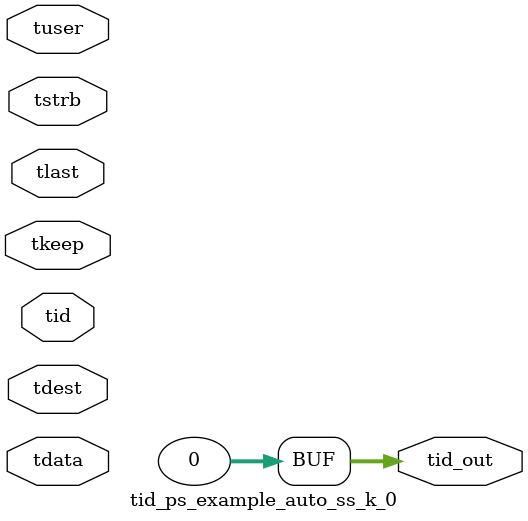
<source format=v>


`timescale 1ps/1ps

module tid_ps_example_auto_ss_k_0 #
(
parameter C_S_AXIS_TID_WIDTH   = 1,
parameter C_S_AXIS_TUSER_WIDTH = 0,
parameter C_S_AXIS_TDATA_WIDTH = 0,
parameter C_S_AXIS_TDEST_WIDTH = 0,
parameter C_M_AXIS_TID_WIDTH   = 32
)
(
input  [(C_S_AXIS_TID_WIDTH   == 0 ? 1 : C_S_AXIS_TID_WIDTH)-1:0       ] tid,
input  [(C_S_AXIS_TDATA_WIDTH == 0 ? 1 : C_S_AXIS_TDATA_WIDTH)-1:0     ] tdata,
input  [(C_S_AXIS_TUSER_WIDTH == 0 ? 1 : C_S_AXIS_TUSER_WIDTH)-1:0     ] tuser,
input  [(C_S_AXIS_TDEST_WIDTH == 0 ? 1 : C_S_AXIS_TDEST_WIDTH)-1:0     ] tdest,
input  [(C_S_AXIS_TDATA_WIDTH/8)-1:0 ] tkeep,
input  [(C_S_AXIS_TDATA_WIDTH/8)-1:0 ] tstrb,
input                                                                    tlast,
output [(C_M_AXIS_TID_WIDTH   == 0 ? 1 : C_M_AXIS_TID_WIDTH)-1:0       ] tid_out
);

assign tid_out = {1'b0};

endmodule


</source>
